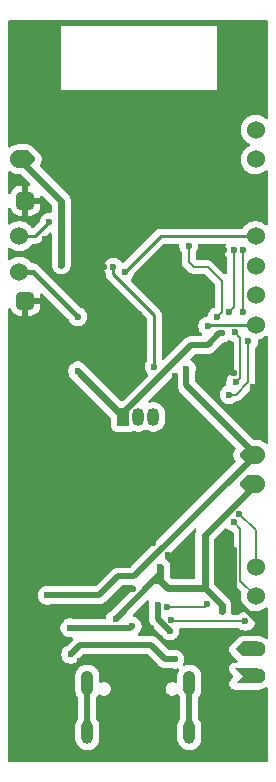
<source format=gbr>
%TF.GenerationSoftware,KiCad,Pcbnew,9.0.1*%
%TF.CreationDate,2025-04-24T11:10:18+02:00*%
%TF.ProjectId,crimpdeq,6372696d-7064-4657-912e-6b696361645f,rev?*%
%TF.SameCoordinates,Original*%
%TF.FileFunction,Copper,L2,Bot*%
%TF.FilePolarity,Positive*%
%FSLAX46Y46*%
G04 Gerber Fmt 4.6, Leading zero omitted, Abs format (unit mm)*
G04 Created by KiCad (PCBNEW 9.0.1) date 2025-04-24 11:10:18*
%MOMM*%
%LPD*%
G01*
G04 APERTURE LIST*
G04 Aperture macros list*
%AMRoundRect*
0 Rectangle with rounded corners*
0 $1 Rounding radius*
0 $2 $3 $4 $5 $6 $7 $8 $9 X,Y pos of 4 corners*
0 Add a 4 corners polygon primitive as box body*
4,1,4,$2,$3,$4,$5,$6,$7,$8,$9,$2,$3,0*
0 Add four circle primitives for the rounded corners*
1,1,$1+$1,$2,$3*
1,1,$1+$1,$4,$5*
1,1,$1+$1,$6,$7*
1,1,$1+$1,$8,$9*
0 Add four rect primitives between the rounded corners*
20,1,$1+$1,$2,$3,$4,$5,0*
20,1,$1+$1,$4,$5,$6,$7,0*
20,1,$1+$1,$6,$7,$8,$9,0*
20,1,$1+$1,$8,$9,$2,$3,0*%
%AMFreePoly0*
4,1,31,0.703661,0.741839,0.724803,0.724803,1.359803,0.089803,1.394098,0.026996,1.388993,-0.044382,1.359803,-0.089803,0.724803,-0.724803,0.661996,-0.759098,0.635000,-0.762000,0.000000,-0.762000,-0.012495,-0.758331,-0.074689,-0.758331,-0.221197,-0.729189,-0.359204,-0.672024,-0.483408,-0.589034,-0.589034,-0.483408,-0.672024,-0.359204,-0.729189,-0.221197,-0.758331,-0.074689,-0.758331,0.074689,
-0.729189,0.221197,-0.672024,0.359204,-0.589034,0.483408,-0.483408,0.589034,-0.359204,0.672024,-0.221197,0.729189,-0.074689,0.758331,-0.016866,0.758331,0.000000,0.762000,0.635000,0.762000,0.703661,0.741839,0.703661,0.741839,$1*%
%AMFreePoly1*
4,1,31,0.012495,0.758331,0.074689,0.758331,0.221197,0.729189,0.359204,0.672024,0.483408,0.589034,0.589034,0.483408,0.672024,0.359204,0.729189,0.221197,0.758331,0.074689,0.758331,-0.074689,0.729189,-0.221197,0.672024,-0.359204,0.589034,-0.483408,0.483408,-0.589034,0.359204,-0.672024,0.221197,-0.729189,0.074689,-0.758331,0.016866,-0.758331,0.000000,-0.762000,-0.635000,-0.762000,
-0.703661,-0.741839,-0.724803,-0.724803,-1.359803,-0.089803,-1.394098,-0.026996,-1.388993,0.044382,-1.359803,0.089803,-0.724803,0.724803,-0.661996,0.759098,-0.635000,0.762000,0.000000,0.762000,0.012495,0.758331,0.012495,0.758331,$1*%
%AMFreePoly2*
4,1,24,0.635000,0.000000,0.631942,0.000000,0.631942,-0.062241,0.607657,-0.184331,0.560020,-0.299337,0.490862,-0.402840,0.402840,-0.490862,0.299337,-0.560020,0.184331,-0.607657,0.062241,-0.631942,-0.062241,-0.631942,-0.184331,-0.607657,-0.299337,-0.560020,-0.402840,-0.490862,-0.490862,-0.402840,-0.560020,-0.299337,-0.607657,-0.184331,-0.631942,-0.062241,-0.631942,0.000000,-0.635000,0.000000,
-0.635000,1.905000,0.000000,1.270000,0.635000,1.905000,0.635000,0.000000,0.635000,0.000000,$1*%
%AMFreePoly3*
4,1,24,0.635000,1.270000,0.635000,0.000000,0.631942,0.000000,0.631942,-0.062241,0.607657,-0.184331,0.560020,-0.299337,0.490862,-0.402840,0.402840,-0.490862,0.299337,-0.560020,0.184331,-0.607657,0.062241,-0.631942,-0.062241,-0.631942,-0.184331,-0.607657,-0.299337,-0.560020,-0.402840,-0.490862,-0.490862,-0.402840,-0.560020,-0.299337,-0.607657,-0.184331,-0.631942,-0.062241,-0.631942,0.000000,
-0.635000,0.000000,-0.635000,1.270000,0.000000,1.905000,0.635000,1.270000,0.635000,1.270000,$1*%
G04 Aperture macros list end*
%TA.AperFunction,ComponentPad*%
%ADD10R,1.050000X1.500000*%
%TD*%
%TA.AperFunction,ComponentPad*%
%ADD11O,1.050000X1.500000*%
%TD*%
%TA.AperFunction,ComponentPad*%
%ADD12FreePoly0,0.000000*%
%TD*%
%TA.AperFunction,ComponentPad*%
%ADD13RoundRect,0.381000X-0.381000X-0.381000X0.381000X-0.381000X0.381000X0.381000X-0.381000X0.381000X0*%
%TD*%
%TA.AperFunction,ComponentPad*%
%ADD14C,1.524000*%
%TD*%
%TA.AperFunction,ComponentPad*%
%ADD15FreePoly1,0.000000*%
%TD*%
%TA.AperFunction,ComponentPad*%
%ADD16FreePoly2,90.000000*%
%TD*%
%TA.AperFunction,ComponentPad*%
%ADD17FreePoly3,90.000000*%
%TD*%
%TA.AperFunction,ComponentPad*%
%ADD18O,1.050000X2.100000*%
%TD*%
%TA.AperFunction,ComponentPad*%
%ADD19O,1.000000X2.000000*%
%TD*%
%TA.AperFunction,ViaPad*%
%ADD20C,0.600000*%
%TD*%
%TA.AperFunction,Conductor*%
%ADD21C,0.406400*%
%TD*%
%TA.AperFunction,Conductor*%
%ADD22C,0.508000*%
%TD*%
%TA.AperFunction,Conductor*%
%ADD23C,0.609600*%
%TD*%
%TA.AperFunction,Conductor*%
%ADD24C,0.254000*%
%TD*%
%TA.AperFunction,Conductor*%
%ADD25C,0.152400*%
%TD*%
G04 APERTURE END LIST*
D10*
%TO.P,Q1,1,E*%
%TO.N,+3V3*%
X139460000Y-80500000D03*
D11*
%TO.P,Q1,2,B*%
%TO.N,Net-(Q1-B)*%
X140730000Y-80500000D03*
%TO.P,Q1,3,C*%
%TO.N,E+*%
X142000000Y-80500000D03*
%TD*%
D12*
%TO.P,U4,1,3V3*%
%TO.N,+3V3*%
X130660000Y-58685000D03*
D13*
%TO.P,U4,2,GND*%
%TO.N,GND*%
X131160000Y-62185000D03*
D14*
%TO.P,U4,3,A1/GPIO1*%
%TO.N,IO1_ADC*%
X130660000Y-65185000D03*
%TO.P,U4,4,A4/GPIO4*%
%TO.N,IO4_DATA*%
X150660000Y-65185000D03*
%TO.P,U4,5,A5/GPIO5*%
%TO.N,IO5_SCK*%
X150660000Y-67685000D03*
%TO.P,U4,6,TXD/GPIO21*%
%TO.N,IO21_TX*%
X150660000Y-56185000D03*
%TO.P,U4,7,RXD/GPIO20*%
%TO.N,IO20_RX*%
X150660000Y-58685000D03*
%TO.P,U4,8,USB_D-/GPIO18*%
%TO.N,USB_D-*%
X150660000Y-93185000D03*
%TO.P,U4,9,USB_D+/GPIO19*%
%TO.N,USB_D+*%
X150660000Y-95685000D03*
D15*
%TO.P,U4,10,VBUS*%
%TO.N,VBUS*%
X150660000Y-86185000D03*
%TO.P,U4,11,VBAT*%
%TO.N,+BATT*%
X150660000Y-83685000D03*
D14*
%TO.P,U4,12,A+*%
%TO.N,A+*%
X150660000Y-72685000D03*
%TO.P,U4,13,A-*%
%TO.N,A-*%
X150660000Y-70185000D03*
D13*
%TO.P,U4,14,E-*%
%TO.N,GND*%
X131160000Y-70685000D03*
D14*
%TO.P,U4,15,E+*%
%TO.N,E+*%
X130660000Y-68185000D03*
D16*
%TO.P,U4,16,BAT-*%
%TO.N,GND*%
X150820000Y-102450000D03*
D17*
%TO.P,U4,17,BAT+*%
%TO.N,+BATT*%
X150820000Y-100185000D03*
%TD*%
D18*
%TO.P,J2,S1,SHELL_GND*%
%TO.N,Net-(J2-SHELL_GND-PadS1)*%
X136400000Y-103020000D03*
D19*
%TO.P,J2,S2,SHELL_GND*%
X136400000Y-107200000D03*
%TO.P,J2,S3,SHELL_GND*%
X145040000Y-107200000D03*
D18*
%TO.P,J2,S4,SHELL_GND*%
X145040000Y-103020000D03*
%TD*%
D20*
%TO.N,GND*%
X151400000Y-53200000D03*
X137600000Y-54800000D03*
X149000000Y-105000000D03*
X130600000Y-74800000D03*
X148400000Y-55400000D03*
X132200000Y-99800000D03*
X148800000Y-93200000D03*
X151400000Y-50600000D03*
X146400000Y-85800000D03*
X143200000Y-54800000D03*
X143800000Y-77000000D03*
X147800000Y-91400000D03*
X141800000Y-98400000D03*
X139800000Y-59400000D03*
X140000000Y-54800000D03*
X150400000Y-52800000D03*
X130600000Y-78200000D03*
X148800000Y-91800000D03*
X138800000Y-62000000D03*
X132200000Y-52000000D03*
X145999905Y-66399999D03*
X141800000Y-57400000D03*
X148000000Y-105000000D03*
X140266841Y-95066841D03*
X151400000Y-54400000D03*
X145200000Y-60400000D03*
X137800000Y-67800000D03*
X138200000Y-87600000D03*
X139800000Y-57400000D03*
X138400000Y-54800000D03*
X136000000Y-54800000D03*
X136000000Y-58000000D03*
X148800000Y-76800000D03*
X142800000Y-66400000D03*
X140600000Y-84600000D03*
X142400000Y-54800000D03*
X148400000Y-52800000D03*
X151400000Y-51800000D03*
X145200000Y-61800000D03*
X131200000Y-52000000D03*
X143600000Y-66400000D03*
X148000000Y-99600000D03*
X133800000Y-93600000D03*
X146600000Y-71000000D03*
X151200000Y-98200000D03*
X145600000Y-54800000D03*
X144600000Y-84000000D03*
X141600000Y-89000000D03*
X136600000Y-61400000D03*
X133000000Y-67600000D03*
X132200000Y-102000000D03*
X140800000Y-54800000D03*
X139400000Y-72800000D03*
X150400000Y-79600000D03*
X143666841Y-99933159D03*
X141800000Y-59400000D03*
X146600000Y-69400000D03*
X130200000Y-57000000D03*
X134400000Y-102800000D03*
X133000000Y-71000000D03*
X130200000Y-52000000D03*
X142000000Y-91200000D03*
X131000000Y-72600000D03*
X139200000Y-54800000D03*
X136800000Y-54800000D03*
X134400000Y-103800000D03*
X135600000Y-93600000D03*
X150800000Y-61200000D03*
X141000000Y-87600000D03*
X140800000Y-65800000D03*
X141600000Y-54800000D03*
X145200000Y-58600000D03*
X144800000Y-54800000D03*
X144200000Y-85800000D03*
X148000000Y-66400000D03*
X149800000Y-61200000D03*
X136000000Y-56400000D03*
X138800000Y-66800000D03*
X136800000Y-101200000D03*
X133400000Y-52000000D03*
X133000000Y-73200000D03*
X150400000Y-78000000D03*
X148600000Y-59400000D03*
X145600000Y-83600000D03*
X136000000Y-57200000D03*
X137000000Y-58600000D03*
X133200000Y-62800000D03*
X143205659Y-92205659D03*
X144000000Y-54800000D03*
X141200000Y-86200000D03*
X138200000Y-86200000D03*
X134400000Y-76600000D03*
X140800000Y-71800000D03*
X148600000Y-60400000D03*
X148400000Y-54000000D03*
X149400000Y-52800000D03*
X144376651Y-68780533D03*
X150400000Y-81200000D03*
X136000000Y-55600000D03*
X132800000Y-65400000D03*
X135800000Y-101200000D03*
X130200000Y-56000000D03*
X144950485Y-101200000D03*
X147000000Y-66400000D03*
%TO.N,+3V3*%
X147800000Y-73400000D03*
X134200000Y-67600000D03*
X135600000Y-76600000D03*
%TO.N,VBUS*%
X142600000Y-93200000D03*
X138800000Y-97600000D03*
X147800000Y-96915358D03*
%TO.N,+BATT*%
X144800000Y-76400000D03*
X140200000Y-98200000D03*
X142400000Y-96400000D03*
X134934026Y-98354000D03*
X138600000Y-67800000D03*
X142093277Y-76236706D03*
X143400000Y-98600000D03*
X133000000Y-95600000D03*
%TO.N,E+*%
X135600000Y-72000000D03*
%TO.N,IO9_BOOT*%
X145000000Y-66000000D03*
X147400000Y-72000000D03*
%TO.N,USB_D-*%
X148906346Y-73311999D03*
X146556239Y-96334358D03*
X148981635Y-77579110D03*
X148400000Y-71600000D03*
X143185641Y-96550905D03*
X148800000Y-66400000D03*
X149291580Y-88691580D03*
%TO.N,Net-(D8-A)*%
X135000000Y-100600000D03*
X143800000Y-101000000D03*
%TO.N,USB_D+*%
X148800000Y-89400000D03*
X148403630Y-78600000D03*
X150054000Y-74089310D03*
X149800000Y-97800000D03*
X143533159Y-97666841D03*
X149600000Y-71600000D03*
X149600000Y-66400000D03*
%TO.N,A+*%
X146600000Y-72800000D03*
%TO.N,IO1_ADC*%
X133200000Y-64000000D03*
%TO.N,IO4_DATA*%
X139600000Y-68200000D03*
%TD*%
D21*
%TO.N,GND*%
X148800000Y-95800000D02*
X148800000Y-93200000D01*
X148200000Y-91800000D02*
X147800000Y-91400000D01*
X148800000Y-93200000D02*
X148800000Y-91800000D01*
X151200000Y-98200000D02*
X148800000Y-95800000D01*
X148800000Y-91800000D02*
X148200000Y-91800000D01*
D22*
%TO.N,+3V3*%
X146600000Y-74400000D02*
X147600000Y-73400000D01*
D23*
X134200000Y-62225000D02*
X130660000Y-58685000D01*
D22*
X146600000Y-74400000D02*
X145220485Y-74400000D01*
D23*
X135600000Y-76600000D02*
X135600000Y-76640000D01*
D22*
X139460000Y-80160485D02*
X139460000Y-80500000D01*
X147600000Y-73400000D02*
X147800000Y-73400000D01*
X139366318Y-80500000D02*
X139460000Y-80500000D01*
D23*
X134200000Y-67600000D02*
X134200000Y-62225000D01*
D22*
X145220485Y-74400000D02*
X139460000Y-80160485D01*
D23*
X135600000Y-76640000D02*
X139460000Y-80500000D01*
D22*
%TO.N,VBUS*%
X142600000Y-93800000D02*
X142600000Y-93400000D01*
D23*
X147800000Y-96439959D02*
X146360041Y-95000000D01*
D22*
X142000000Y-94400000D02*
X142600000Y-93800000D01*
D23*
X143200000Y-95000000D02*
X142600000Y-94400000D01*
X142600000Y-94400000D02*
X142600000Y-93400000D01*
X146360041Y-95000000D02*
X143200000Y-95000000D01*
X146360041Y-95000000D02*
X146360041Y-90484959D01*
X147800000Y-96915358D02*
X147800000Y-96439959D01*
X146360041Y-90484959D02*
X150660000Y-86185000D01*
D22*
X138800000Y-97600000D02*
X142000000Y-94400000D01*
X142000000Y-94400000D02*
X142600000Y-94400000D01*
D23*
X142600000Y-93400000D02*
X142600000Y-93200000D01*
D22*
%TO.N,+BATT*%
X133000000Y-95600000D02*
X137400000Y-95600000D01*
X140200000Y-98200000D02*
X140046000Y-98354000D01*
D24*
X138600000Y-68400000D02*
X142093277Y-71893277D01*
D22*
X143400000Y-98600000D02*
X142400000Y-97600000D01*
X142400000Y-97600000D02*
X142400000Y-96400000D01*
X140046000Y-98354000D02*
X134934026Y-98354000D01*
D24*
X142093277Y-71893277D02*
X142093277Y-76236706D01*
D22*
X150660000Y-83685000D02*
X144800000Y-77825000D01*
X144800000Y-77825000D02*
X144800000Y-76400000D01*
X139000000Y-94000000D02*
X140345000Y-94000000D01*
D24*
X138600000Y-67800000D02*
X138600000Y-68400000D01*
D22*
X137400000Y-95600000D02*
X139000000Y-94000000D01*
X140345000Y-94000000D02*
X150660000Y-83685000D01*
D21*
%TO.N,E+*%
X135600000Y-72000000D02*
X131785000Y-68185000D01*
X131785000Y-68185000D02*
X130660000Y-68185000D01*
D25*
%TO.N,IO9_BOOT*%
X147800000Y-71200000D02*
X147800000Y-71600000D01*
X145000000Y-67400000D02*
X145000000Y-66000000D01*
X147800000Y-69000000D02*
X146600000Y-67800000D01*
X147800000Y-71600000D02*
X147400000Y-72000000D01*
X147800000Y-71200000D02*
X147800000Y-69000000D01*
X146600000Y-67800000D02*
X145400000Y-67800000D01*
X145400000Y-67800000D02*
X145000000Y-67400000D01*
%TO.N,USB_D-*%
X150660000Y-93185000D02*
X150660000Y-90060000D01*
X149376200Y-73781853D02*
X149376200Y-77184545D01*
X150660000Y-90060000D02*
X149291580Y-88691580D01*
X148906346Y-73311999D02*
X149376200Y-73781853D01*
X146339692Y-96550905D02*
X146556239Y-96334358D01*
X143185641Y-96550905D02*
X146339692Y-96550905D01*
X148800000Y-66400000D02*
X148800000Y-71200000D01*
X148800000Y-71200000D02*
X148400000Y-71600000D01*
X149376200Y-77184545D02*
X148981635Y-77579110D01*
D22*
%TO.N,Net-(D8-A)*%
X141800000Y-99800000D02*
X143000000Y-101000000D01*
X143000000Y-101000000D02*
X143800000Y-101000000D01*
X135000000Y-100600000D02*
X135800000Y-99800000D01*
X135800000Y-99800000D02*
X141800000Y-99800000D01*
D25*
%TO.N,USB_D+*%
X149376200Y-89976200D02*
X148800000Y-89400000D01*
X148403630Y-78600000D02*
X148985130Y-78600000D01*
X149600000Y-71600000D02*
X149600000Y-66400000D01*
X150660000Y-95685000D02*
X149376200Y-94401200D01*
X143666318Y-97800000D02*
X149800000Y-97800000D01*
X149376200Y-94401200D02*
X149376200Y-89976200D01*
X143533159Y-97666841D02*
X143666318Y-97800000D01*
X150054000Y-77531130D02*
X150054000Y-74089310D01*
X148985130Y-78600000D02*
X150054000Y-77531130D01*
D22*
%TO.N,Net-(J2-SHELL_GND-PadS1)*%
X136400000Y-103020000D02*
X136400000Y-107200000D01*
X145040000Y-103020000D02*
X145040000Y-107200000D01*
D24*
%TO.N,A+*%
X146600000Y-72800000D02*
X146715000Y-72685000D01*
X146715000Y-72685000D02*
X150660000Y-72685000D01*
%TO.N,IO1_ADC*%
X133200000Y-64000000D02*
X132015000Y-65185000D01*
X132015000Y-65185000D02*
X130660000Y-65185000D01*
%TO.N,IO4_DATA*%
X139600000Y-68200000D02*
X142615000Y-65185000D01*
X142615000Y-65185000D02*
X150660000Y-65185000D01*
%TD*%
%TA.AperFunction,Conductor*%
%TO.N,GND*%
G36*
X151642539Y-46920185D02*
G01*
X151688294Y-46972989D01*
X151699500Y-47024500D01*
X151699500Y-55139693D01*
X151679815Y-55206732D01*
X151627011Y-55252487D01*
X151557853Y-55262431D01*
X151494297Y-55233406D01*
X151487819Y-55227374D01*
X151482466Y-55222021D01*
X151482464Y-55222019D01*
X151321694Y-55105213D01*
X151144632Y-55014994D01*
X151144629Y-55014993D01*
X150955637Y-54953587D01*
X150857498Y-54938043D01*
X150759361Y-54922500D01*
X150560639Y-54922500D01*
X150495214Y-54932862D01*
X150364362Y-54953587D01*
X150175370Y-55014993D01*
X150175367Y-55014994D01*
X149998305Y-55105213D01*
X149837533Y-55222021D01*
X149697021Y-55362533D01*
X149580213Y-55523305D01*
X149489994Y-55700367D01*
X149489993Y-55700370D01*
X149428587Y-55889362D01*
X149397500Y-56085639D01*
X149397500Y-56284360D01*
X149428587Y-56480637D01*
X149489993Y-56669629D01*
X149489994Y-56669632D01*
X149580213Y-56846694D01*
X149697019Y-57007464D01*
X149837536Y-57147981D01*
X149998306Y-57264787D01*
X150089537Y-57311272D01*
X150115528Y-57324515D01*
X150166324Y-57372490D01*
X150183119Y-57440311D01*
X150160581Y-57506446D01*
X150115528Y-57545485D01*
X149998305Y-57605213D01*
X149837533Y-57722021D01*
X149697021Y-57862533D01*
X149580213Y-58023305D01*
X149489994Y-58200367D01*
X149489993Y-58200370D01*
X149428587Y-58389362D01*
X149397500Y-58585639D01*
X149397500Y-58784360D01*
X149428587Y-58980637D01*
X149489993Y-59169629D01*
X149489994Y-59169632D01*
X149580213Y-59346694D01*
X149697019Y-59507464D01*
X149837536Y-59647981D01*
X149998306Y-59764787D01*
X150067965Y-59800280D01*
X150175367Y-59855005D01*
X150175370Y-59855006D01*
X150266874Y-59884737D01*
X150364364Y-59916413D01*
X150560639Y-59947500D01*
X150560640Y-59947500D01*
X150759360Y-59947500D01*
X150759361Y-59947500D01*
X150955636Y-59916413D01*
X151144632Y-59855005D01*
X151321694Y-59764787D01*
X151482464Y-59647981D01*
X151487819Y-59642626D01*
X151549142Y-59609141D01*
X151618834Y-59614125D01*
X151674767Y-59655997D01*
X151699184Y-59721461D01*
X151699500Y-59730307D01*
X151699500Y-64139693D01*
X151679815Y-64206732D01*
X151627011Y-64252487D01*
X151557853Y-64262431D01*
X151494297Y-64233406D01*
X151487819Y-64227374D01*
X151482466Y-64222021D01*
X151482464Y-64222019D01*
X151321694Y-64105213D01*
X151268712Y-64078217D01*
X151144632Y-64014994D01*
X151144629Y-64014993D01*
X150955637Y-63953587D01*
X150845190Y-63936094D01*
X150759361Y-63922500D01*
X150560639Y-63922500D01*
X150495214Y-63932862D01*
X150364362Y-63953587D01*
X150175370Y-64014993D01*
X150175367Y-64014994D01*
X149998305Y-64105213D01*
X149837533Y-64222021D01*
X149697021Y-64362533D01*
X149697021Y-64362534D01*
X149697019Y-64362536D01*
X149613270Y-64477807D01*
X149592506Y-64506386D01*
X149537176Y-64549051D01*
X149492188Y-64557500D01*
X142553192Y-64557500D01*
X142431972Y-64581612D01*
X142431964Y-64581614D01*
X142351215Y-64615062D01*
X142317766Y-64628917D01*
X142317764Y-64628918D01*
X142285465Y-64650500D01*
X142285465Y-64650501D01*
X142214989Y-64697590D01*
X139537672Y-67374907D01*
X139521076Y-67383969D01*
X139507466Y-67397102D01*
X139477970Y-67407506D01*
X139476349Y-67408392D01*
X139474182Y-67408843D01*
X139402924Y-67423017D01*
X139333332Y-67416790D01*
X139278155Y-67373927D01*
X139275631Y-67370291D01*
X139221789Y-67289710D01*
X139110292Y-67178213D01*
X139110288Y-67178210D01*
X138979185Y-67090609D01*
X138979172Y-67090602D01*
X138833501Y-67030264D01*
X138833489Y-67030261D01*
X138678845Y-66999500D01*
X138678842Y-66999500D01*
X138521158Y-66999500D01*
X138521155Y-66999500D01*
X138366510Y-67030261D01*
X138366498Y-67030264D01*
X138220827Y-67090602D01*
X138220814Y-67090609D01*
X138089711Y-67178210D01*
X138089707Y-67178213D01*
X137978213Y-67289707D01*
X137978210Y-67289711D01*
X137890609Y-67420814D01*
X137890602Y-67420827D01*
X137830264Y-67566498D01*
X137830261Y-67566510D01*
X137799500Y-67721153D01*
X137799500Y-67878846D01*
X137830261Y-68033489D01*
X137830264Y-68033501D01*
X137890603Y-68179174D01*
X137890604Y-68179175D01*
X137890606Y-68179179D01*
X137921567Y-68225515D01*
X137951602Y-68270465D01*
X137972480Y-68337142D01*
X137972500Y-68339356D01*
X137972500Y-68461807D01*
X137996612Y-68583027D01*
X137996614Y-68583035D01*
X138020773Y-68641361D01*
X138020776Y-68641367D01*
X138023516Y-68647981D01*
X138043917Y-68697233D01*
X138089055Y-68764787D01*
X138091839Y-68768953D01*
X138112590Y-68800010D01*
X138112591Y-68800011D01*
X141429458Y-72116877D01*
X141462943Y-72178200D01*
X141465777Y-72204558D01*
X141465777Y-75697348D01*
X141446092Y-75764387D01*
X141444879Y-75766239D01*
X141383886Y-75857520D01*
X141383879Y-75857533D01*
X141323541Y-76003204D01*
X141323538Y-76003216D01*
X141292777Y-76157859D01*
X141292777Y-76315552D01*
X141323538Y-76470195D01*
X141323541Y-76470207D01*
X141383879Y-76615878D01*
X141383886Y-76615891D01*
X141471487Y-76746994D01*
X141471490Y-76746998D01*
X141551294Y-76826802D01*
X141584779Y-76888125D01*
X141579795Y-76957817D01*
X141551294Y-77002164D01*
X139413843Y-79139615D01*
X139352520Y-79173100D01*
X139282828Y-79168116D01*
X139238481Y-79139615D01*
X136314703Y-76215837D01*
X136299282Y-76197046D01*
X136225521Y-76086655D01*
X136225515Y-76086647D01*
X136113352Y-75974484D01*
X136113348Y-75974481D01*
X135981459Y-75886355D01*
X135981446Y-75886348D01*
X135834898Y-75825647D01*
X135834889Y-75825644D01*
X135679319Y-75794700D01*
X135679315Y-75794700D01*
X135520685Y-75794700D01*
X135520680Y-75794700D01*
X135365110Y-75825644D01*
X135365101Y-75825647D01*
X135218553Y-75886348D01*
X135218540Y-75886355D01*
X135086651Y-75974481D01*
X135086647Y-75974484D01*
X134974484Y-76086647D01*
X134974481Y-76086651D01*
X134886355Y-76218540D01*
X134886348Y-76218553D01*
X134825647Y-76365101D01*
X134825644Y-76365110D01*
X134794700Y-76520680D01*
X134794700Y-76555549D01*
X134794699Y-76555575D01*
X134794699Y-76560685D01*
X134794699Y-76719315D01*
X134794699Y-76719317D01*
X134794698Y-76719317D01*
X134822383Y-76858492D01*
X134825646Y-76874893D01*
X134825648Y-76874901D01*
X134886348Y-77021446D01*
X134886355Y-77021459D01*
X134974481Y-77153348D01*
X134974484Y-77153352D01*
X135090970Y-77269838D01*
X135090992Y-77269858D01*
X138398181Y-80577047D01*
X138431666Y-80638370D01*
X138434500Y-80664728D01*
X138434500Y-81297870D01*
X138434501Y-81297876D01*
X138440908Y-81357483D01*
X138491202Y-81492328D01*
X138491206Y-81492335D01*
X138577452Y-81607544D01*
X138577455Y-81607547D01*
X138692664Y-81693793D01*
X138692671Y-81693797D01*
X138827517Y-81744091D01*
X138827516Y-81744091D01*
X138834444Y-81744835D01*
X138887127Y-81750500D01*
X140032872Y-81750499D01*
X140092483Y-81744091D01*
X140227331Y-81693796D01*
X140228430Y-81692972D01*
X140229717Y-81692492D01*
X140235112Y-81689547D01*
X140235535Y-81690322D01*
X140293887Y-81668552D01*
X140350198Y-81677673D01*
X140430873Y-81711091D01*
X140596777Y-81744091D01*
X140628992Y-81750499D01*
X140628996Y-81750500D01*
X140628997Y-81750500D01*
X140831004Y-81750500D01*
X140831005Y-81750499D01*
X141029127Y-81711091D01*
X141215756Y-81633786D01*
X141296110Y-81580094D01*
X141362786Y-81559217D01*
X141430166Y-81577701D01*
X141433865Y-81580078D01*
X141514244Y-81633786D01*
X141700873Y-81711091D01*
X141866777Y-81744091D01*
X141898992Y-81750499D01*
X141898996Y-81750500D01*
X141898997Y-81750500D01*
X142101004Y-81750500D01*
X142101005Y-81750499D01*
X142299127Y-81711091D01*
X142485756Y-81633786D01*
X142653718Y-81521558D01*
X142796558Y-81378718D01*
X142908786Y-81210756D01*
X142986091Y-81024127D01*
X143025500Y-80826003D01*
X143025500Y-80173997D01*
X142986091Y-79975873D01*
X142908786Y-79789244D01*
X142908784Y-79789241D01*
X142908782Y-79789237D01*
X142796558Y-79621281D01*
X142653718Y-79478441D01*
X142485762Y-79366217D01*
X142485752Y-79366212D01*
X142299127Y-79288909D01*
X142299119Y-79288907D01*
X142101007Y-79249500D01*
X142101003Y-79249500D01*
X141898997Y-79249500D01*
X141898992Y-79249500D01*
X141724462Y-79284216D01*
X141654870Y-79277989D01*
X141599693Y-79235125D01*
X141576449Y-79169236D01*
X141592517Y-79101239D01*
X141612586Y-79074922D01*
X143833819Y-76853690D01*
X143895142Y-76820205D01*
X143964834Y-76825189D01*
X144020767Y-76867061D01*
X144045184Y-76932525D01*
X144045500Y-76941371D01*
X144045500Y-77745552D01*
X144045499Y-77745578D01*
X144045499Y-77899314D01*
X144061194Y-77978213D01*
X144069684Y-78020894D01*
X144074495Y-78045080D01*
X144074496Y-78045084D01*
X144084208Y-78068529D01*
X144131368Y-78182385D01*
X144131372Y-78182392D01*
X144213942Y-78305968D01*
X144213943Y-78305969D01*
X148953025Y-83045050D01*
X148986510Y-83106373D01*
X148981526Y-83176065D01*
X148953031Y-83220407D01*
X148939220Y-83234219D01*
X148939215Y-83234224D01*
X148871410Y-83318366D01*
X148871407Y-83318371D01*
X148841063Y-83365588D01*
X148792695Y-83462215D01*
X148792695Y-83462216D01*
X148762111Y-83602805D01*
X148756805Y-83676995D01*
X148756805Y-83676997D01*
X148767069Y-83820509D01*
X148767069Y-83820511D01*
X148817352Y-83955324D01*
X148852991Y-84020592D01*
X148852992Y-84020593D01*
X148852995Y-84020598D01*
X148939220Y-84135780D01*
X148939224Y-84135784D01*
X148939229Y-84135790D01*
X148953025Y-84149586D01*
X148986510Y-84210909D01*
X148981526Y-84280601D01*
X148953025Y-84324948D01*
X140068794Y-93209181D01*
X140007471Y-93242666D01*
X139981113Y-93245500D01*
X139080446Y-93245500D01*
X139080426Y-93245499D01*
X139074312Y-93245499D01*
X138925688Y-93245499D01*
X138925686Y-93245499D01*
X138810169Y-93268477D01*
X138810161Y-93268479D01*
X138804105Y-93269684D01*
X138779920Y-93274495D01*
X138756102Y-93284361D01*
X138750569Y-93286652D01*
X138750555Y-93286657D01*
X138642613Y-93331367D01*
X138642611Y-93331370D01*
X138519033Y-93413941D01*
X138466487Y-93466487D01*
X138413941Y-93519034D01*
X137123794Y-94809181D01*
X137062471Y-94842666D01*
X137036113Y-94845500D01*
X133294947Y-94845500D01*
X133247498Y-94836062D01*
X133233497Y-94830263D01*
X133233493Y-94830262D01*
X133233488Y-94830260D01*
X133078845Y-94799500D01*
X133078842Y-94799500D01*
X132921158Y-94799500D01*
X132921155Y-94799500D01*
X132766510Y-94830261D01*
X132766498Y-94830264D01*
X132620827Y-94890602D01*
X132620814Y-94890609D01*
X132489711Y-94978210D01*
X132489707Y-94978213D01*
X132378213Y-95089707D01*
X132378210Y-95089711D01*
X132290609Y-95220814D01*
X132290602Y-95220827D01*
X132230264Y-95366498D01*
X132230261Y-95366510D01*
X132199500Y-95521153D01*
X132199500Y-95678846D01*
X132230261Y-95833489D01*
X132230264Y-95833501D01*
X132290602Y-95979172D01*
X132290609Y-95979185D01*
X132378210Y-96110288D01*
X132378213Y-96110292D01*
X132489707Y-96221786D01*
X132489711Y-96221789D01*
X132620814Y-96309390D01*
X132620827Y-96309397D01*
X132744538Y-96360639D01*
X132766503Y-96369737D01*
X132921153Y-96400499D01*
X132921156Y-96400500D01*
X132921158Y-96400500D01*
X133078844Y-96400500D01*
X133078845Y-96400499D01*
X133155152Y-96385320D01*
X133233488Y-96369739D01*
X133233489Y-96369738D01*
X133233497Y-96369737D01*
X133247498Y-96363937D01*
X133294947Y-96354500D01*
X137319554Y-96354500D01*
X137319574Y-96354501D01*
X137325688Y-96354501D01*
X137474313Y-96354501D01*
X137496831Y-96350021D01*
X137605993Y-96328307D01*
X137620080Y-96325505D01*
X137697180Y-96293569D01*
X137757389Y-96268630D01*
X137880966Y-96186059D01*
X139276205Y-94790818D01*
X139337528Y-94757334D01*
X139363886Y-94754500D01*
X140264563Y-94754500D01*
X140270685Y-94754500D01*
X140270688Y-94754501D01*
X140279121Y-94754501D01*
X140320382Y-94766619D01*
X140346151Y-94774186D01*
X140346152Y-94774188D01*
X140346159Y-94774190D01*
X140377590Y-94810469D01*
X140391906Y-94826990D01*
X140391906Y-94826992D01*
X140391910Y-94826997D01*
X140396774Y-94860845D01*
X140401850Y-94896148D01*
X140401848Y-94896151D01*
X140401849Y-94896156D01*
X140388822Y-94924674D01*
X140372825Y-94959704D01*
X140366793Y-94966182D01*
X138475045Y-96857928D01*
X138434822Y-96884806D01*
X138420819Y-96890606D01*
X138420818Y-96890607D01*
X138289715Y-96978207D01*
X138289707Y-96978213D01*
X138178213Y-97089707D01*
X138178210Y-97089711D01*
X138090609Y-97220814D01*
X138090602Y-97220827D01*
X138030264Y-97366498D01*
X138030261Y-97366508D01*
X138003769Y-97499692D01*
X137971384Y-97561603D01*
X137910668Y-97596177D01*
X137882152Y-97599500D01*
X135228973Y-97599500D01*
X135181524Y-97590062D01*
X135167523Y-97584263D01*
X135167519Y-97584262D01*
X135167514Y-97584260D01*
X135012871Y-97553500D01*
X135012868Y-97553500D01*
X134855184Y-97553500D01*
X134855181Y-97553500D01*
X134700536Y-97584261D01*
X134700524Y-97584264D01*
X134554853Y-97644602D01*
X134554840Y-97644609D01*
X134423737Y-97732210D01*
X134423733Y-97732213D01*
X134312239Y-97843707D01*
X134312236Y-97843711D01*
X134224635Y-97974814D01*
X134224628Y-97974827D01*
X134164290Y-98120498D01*
X134164287Y-98120510D01*
X134133526Y-98275153D01*
X134133526Y-98432846D01*
X134164287Y-98587489D01*
X134164290Y-98587501D01*
X134224628Y-98733172D01*
X134224635Y-98733185D01*
X134312236Y-98864288D01*
X134312239Y-98864292D01*
X134423733Y-98975786D01*
X134423737Y-98975789D01*
X134554840Y-99063390D01*
X134554853Y-99063397D01*
X134700524Y-99123735D01*
X134700529Y-99123737D01*
X134799713Y-99143466D01*
X134855179Y-99154499D01*
X134855182Y-99154500D01*
X134855184Y-99154500D01*
X135012869Y-99154500D01*
X135025800Y-99151927D01*
X135068338Y-99143466D01*
X135137928Y-99149692D01*
X135193105Y-99192555D01*
X135216351Y-99258444D01*
X135200284Y-99326441D01*
X135180210Y-99352764D01*
X134675045Y-99857928D01*
X134634822Y-99884806D01*
X134620819Y-99890606D01*
X134620818Y-99890607D01*
X134489715Y-99978207D01*
X134489707Y-99978213D01*
X134378213Y-100089707D01*
X134378210Y-100089711D01*
X134290609Y-100220814D01*
X134290602Y-100220827D01*
X134230264Y-100366498D01*
X134230261Y-100366510D01*
X134199500Y-100521153D01*
X134199500Y-100678846D01*
X134230261Y-100833489D01*
X134230264Y-100833501D01*
X134290602Y-100979172D01*
X134290609Y-100979185D01*
X134378210Y-101110288D01*
X134378213Y-101110292D01*
X134489707Y-101221786D01*
X134489711Y-101221789D01*
X134620814Y-101309390D01*
X134620827Y-101309397D01*
X134699148Y-101341838D01*
X134766503Y-101369737D01*
X134921153Y-101400499D01*
X134921156Y-101400500D01*
X134921158Y-101400500D01*
X135078844Y-101400500D01*
X135078845Y-101400499D01*
X135233497Y-101369737D01*
X135379179Y-101309394D01*
X135510289Y-101221789D01*
X135621789Y-101110289D01*
X135709394Y-100979179D01*
X135715191Y-100965182D01*
X135742069Y-100924954D01*
X136076205Y-100590819D01*
X136137528Y-100557334D01*
X136163886Y-100554500D01*
X141436113Y-100554500D01*
X141503152Y-100574185D01*
X141523794Y-100590819D01*
X142409600Y-101476624D01*
X142409621Y-101476647D01*
X142519028Y-101586054D01*
X142519035Y-101586060D01*
X142642608Y-101668628D01*
X142642609Y-101668628D01*
X142642610Y-101668629D01*
X142779920Y-101725505D01*
X142925683Y-101754499D01*
X142925687Y-101754500D01*
X142925688Y-101754500D01*
X143505053Y-101754500D01*
X143552501Y-101763937D01*
X143566503Y-101769737D01*
X143566508Y-101769738D01*
X143566511Y-101769739D01*
X143721153Y-101800499D01*
X143721156Y-101800500D01*
X143721158Y-101800500D01*
X143878843Y-101800500D01*
X143911659Y-101793972D01*
X144033497Y-101769737D01*
X144033500Y-101769735D01*
X144037143Y-101769011D01*
X144106734Y-101775238D01*
X144161912Y-101818100D01*
X144185157Y-101883990D01*
X144169090Y-101951987D01*
X144164439Y-101959517D01*
X144131215Y-102009241D01*
X144131212Y-102009247D01*
X144053909Y-102195872D01*
X144053907Y-102195880D01*
X144014500Y-102393992D01*
X144014500Y-102874232D01*
X143994815Y-102941271D01*
X143942011Y-102987026D01*
X143872853Y-102996970D01*
X143840138Y-102985650D01*
X143839649Y-102986831D01*
X143832137Y-102983720D01*
X143832136Y-102983719D01*
X143832135Y-102983719D01*
X143685766Y-102944500D01*
X143534234Y-102944500D01*
X143387863Y-102983719D01*
X143256635Y-103059485D01*
X143256632Y-103059487D01*
X143149487Y-103166632D01*
X143149485Y-103166635D01*
X143073719Y-103297863D01*
X143034500Y-103444234D01*
X143034500Y-103595765D01*
X143073719Y-103742136D01*
X143111602Y-103807750D01*
X143149485Y-103873365D01*
X143256635Y-103980515D01*
X143387865Y-104056281D01*
X143534234Y-104095500D01*
X143534236Y-104095500D01*
X143685764Y-104095500D01*
X143685766Y-104095500D01*
X143832135Y-104056281D01*
X143960152Y-103982370D01*
X143964094Y-103981413D01*
X143967076Y-103978659D01*
X143997757Y-103973246D01*
X144028048Y-103965898D01*
X144031885Y-103967226D01*
X144035884Y-103966521D01*
X144064625Y-103978557D01*
X144094075Y-103988750D01*
X144097659Y-103992391D01*
X144100330Y-103993510D01*
X144108446Y-104003349D01*
X144124280Y-104019435D01*
X144129913Y-104027616D01*
X144131214Y-104030756D01*
X144243442Y-104198718D01*
X144257201Y-104212477D01*
X144263631Y-104221815D01*
X144271137Y-104244665D01*
X144282665Y-104265774D01*
X144284900Y-104286559D01*
X144285437Y-104288194D01*
X144285181Y-104289178D01*
X144285500Y-104292138D01*
X144285500Y-105990720D01*
X144265815Y-106057759D01*
X144264602Y-106059611D01*
X144153371Y-106226079D01*
X144153364Y-106226092D01*
X144077950Y-106408160D01*
X144077947Y-106408170D01*
X144039500Y-106601456D01*
X144039500Y-106601459D01*
X144039500Y-107798541D01*
X144039500Y-107798543D01*
X144039499Y-107798543D01*
X144077947Y-107991829D01*
X144077950Y-107991839D01*
X144153364Y-108173907D01*
X144153371Y-108173920D01*
X144262860Y-108337781D01*
X144262863Y-108337785D01*
X144402214Y-108477136D01*
X144402218Y-108477139D01*
X144566079Y-108586628D01*
X144566092Y-108586635D01*
X144748160Y-108662049D01*
X144748165Y-108662051D01*
X144748169Y-108662051D01*
X144748170Y-108662052D01*
X144941456Y-108700500D01*
X144941459Y-108700500D01*
X145138543Y-108700500D01*
X145268582Y-108674632D01*
X145331835Y-108662051D01*
X145513914Y-108586632D01*
X145677782Y-108477139D01*
X145817139Y-108337782D01*
X145926632Y-108173914D01*
X146002051Y-107991835D01*
X146040500Y-107798541D01*
X146040500Y-106601459D01*
X146040500Y-106601456D01*
X146002052Y-106408170D01*
X146002051Y-106408169D01*
X146002051Y-106408165D01*
X146002049Y-106408160D01*
X145926635Y-106226092D01*
X145926628Y-106226079D01*
X145815398Y-106059611D01*
X145794520Y-105992933D01*
X145794500Y-105990720D01*
X145794500Y-104292138D01*
X145814185Y-104225099D01*
X145830818Y-104204457D01*
X145836558Y-104198718D01*
X145948786Y-104030756D01*
X146026091Y-103844127D01*
X146065500Y-103646003D01*
X146065500Y-102393997D01*
X146026091Y-102195873D01*
X145948786Y-102009244D01*
X145948784Y-102009241D01*
X145948782Y-102009237D01*
X145836558Y-101841281D01*
X145693718Y-101698441D01*
X145525762Y-101586217D01*
X145525752Y-101586212D01*
X145339127Y-101508909D01*
X145339119Y-101508907D01*
X145141007Y-101469500D01*
X145141003Y-101469500D01*
X144938997Y-101469500D01*
X144938992Y-101469500D01*
X144740880Y-101508907D01*
X144740868Y-101508910D01*
X144673162Y-101536955D01*
X144603693Y-101544424D01*
X144541214Y-101513148D01*
X144505562Y-101453059D01*
X144508056Y-101383234D01*
X144511149Y-101374941D01*
X144569737Y-101233497D01*
X144600500Y-101078842D01*
X144600500Y-100921158D01*
X144600500Y-100921155D01*
X144600499Y-100921153D01*
X144569738Y-100766510D01*
X144569737Y-100766503D01*
X144533427Y-100678842D01*
X144509397Y-100620827D01*
X144509390Y-100620814D01*
X144421789Y-100489711D01*
X144421786Y-100489707D01*
X144310292Y-100378213D01*
X144310288Y-100378210D01*
X144179185Y-100290609D01*
X144179172Y-100290602D01*
X144033501Y-100230264D01*
X144033489Y-100230261D01*
X143878845Y-100199500D01*
X143878842Y-100199500D01*
X143721158Y-100199500D01*
X143721155Y-100199500D01*
X143566511Y-100230260D01*
X143566506Y-100230262D01*
X143566504Y-100230262D01*
X143566503Y-100230263D01*
X143552501Y-100236062D01*
X143544327Y-100237688D01*
X143539988Y-100240477D01*
X143505053Y-100245500D01*
X143363886Y-100245500D01*
X143296847Y-100225815D01*
X143276205Y-100209181D01*
X142280969Y-99213943D01*
X142280968Y-99213942D01*
X142157392Y-99131372D01*
X142157391Y-99131371D01*
X142157389Y-99131370D01*
X142157387Y-99131369D01*
X142157385Y-99131368D01*
X142041995Y-99083572D01*
X142041989Y-99083570D01*
X142035702Y-99080966D01*
X142020080Y-99074495D01*
X141995894Y-99069684D01*
X141990629Y-99068636D01*
X141990620Y-99068634D01*
X141874314Y-99045499D01*
X141874312Y-99045499D01*
X141725688Y-99045499D01*
X141719574Y-99045499D01*
X141719554Y-99045500D01*
X140784254Y-99045500D01*
X140717215Y-99025815D01*
X140671460Y-98973011D01*
X140661516Y-98903853D01*
X140690541Y-98840297D01*
X140705588Y-98825648D01*
X140710289Y-98821789D01*
X140821786Y-98710292D01*
X140821789Y-98710289D01*
X140909394Y-98579179D01*
X140969737Y-98433497D01*
X141000500Y-98278842D01*
X141000500Y-98121158D01*
X141000500Y-98121155D01*
X141000499Y-98121153D01*
X140983061Y-98033489D01*
X140969737Y-97966503D01*
X140920952Y-97848724D01*
X140909397Y-97820827D01*
X140909390Y-97820814D01*
X140821789Y-97689711D01*
X140821786Y-97689707D01*
X140710292Y-97578213D01*
X140710288Y-97578210D01*
X140579185Y-97490609D01*
X140579172Y-97490602D01*
X140433501Y-97430264D01*
X140433489Y-97430261D01*
X140330113Y-97409698D01*
X140268202Y-97377313D01*
X140233628Y-97316597D01*
X140237367Y-97246828D01*
X140266621Y-97200402D01*
X141423803Y-96043220D01*
X141485124Y-96009737D01*
X141554816Y-96014721D01*
X141610749Y-96056593D01*
X141635166Y-96122057D01*
X141630870Y-96160412D01*
X141631451Y-96160528D01*
X141599500Y-96321153D01*
X141599500Y-96478846D01*
X141630261Y-96633489D01*
X141630263Y-96633497D01*
X141634044Y-96642626D01*
X141636061Y-96647494D01*
X141645500Y-96694947D01*
X141645500Y-97520552D01*
X141645499Y-97520578D01*
X141645499Y-97674313D01*
X141663178Y-97763188D01*
X141663179Y-97763194D01*
X141664124Y-97767941D01*
X141674495Y-97820080D01*
X141686360Y-97848724D01*
X141689168Y-97855503D01*
X141689170Y-97855510D01*
X141731366Y-97957381D01*
X141731372Y-97957392D01*
X141813942Y-98080968D01*
X141813943Y-98080969D01*
X142657927Y-98924952D01*
X142684805Y-98965176D01*
X142690605Y-98979177D01*
X142690607Y-98979181D01*
X142778207Y-99110284D01*
X142778213Y-99110292D01*
X142889707Y-99221786D01*
X142889711Y-99221789D01*
X143020814Y-99309390D01*
X143020827Y-99309397D01*
X143125526Y-99352764D01*
X143166503Y-99369737D01*
X143321153Y-99400499D01*
X143321156Y-99400500D01*
X143321158Y-99400500D01*
X143478844Y-99400500D01*
X143478845Y-99400499D01*
X143633497Y-99369737D01*
X143779179Y-99309394D01*
X143910289Y-99221789D01*
X144021789Y-99110289D01*
X144109394Y-98979179D01*
X144110800Y-98975786D01*
X144156981Y-98864292D01*
X144169737Y-98833497D01*
X144200500Y-98678842D01*
X144200500Y-98521158D01*
X144200500Y-98521155D01*
X144199903Y-98515093D01*
X144202141Y-98514872D01*
X144207466Y-98455311D01*
X144250323Y-98400130D01*
X144316210Y-98376878D01*
X144322860Y-98376700D01*
X149193259Y-98376700D01*
X149260298Y-98396385D01*
X149280940Y-98413019D01*
X149289707Y-98421786D01*
X149289711Y-98421789D01*
X149420814Y-98509390D01*
X149420827Y-98509397D01*
X149566498Y-98569735D01*
X149566503Y-98569737D01*
X149721153Y-98600499D01*
X149721156Y-98600500D01*
X149721158Y-98600500D01*
X149878844Y-98600500D01*
X149878845Y-98600499D01*
X150033497Y-98569737D01*
X150179179Y-98509394D01*
X150310289Y-98421789D01*
X150421789Y-98310289D01*
X150509394Y-98179179D01*
X150569737Y-98033497D01*
X150600500Y-97878842D01*
X150600500Y-97721158D01*
X150600500Y-97721155D01*
X150600499Y-97721153D01*
X150585272Y-97644602D01*
X150569737Y-97566503D01*
X150550955Y-97521158D01*
X150509397Y-97420827D01*
X150509390Y-97420814D01*
X150421789Y-97289711D01*
X150421786Y-97289707D01*
X150310292Y-97178213D01*
X150310288Y-97178210D01*
X150241828Y-97132466D01*
X150197023Y-97078853D01*
X150188316Y-97009528D01*
X150218471Y-96946501D01*
X150277914Y-96909782D01*
X150347772Y-96911030D01*
X150348944Y-96911402D01*
X150364364Y-96916413D01*
X150560639Y-96947500D01*
X150560640Y-96947500D01*
X150759360Y-96947500D01*
X150759361Y-96947500D01*
X150955636Y-96916413D01*
X151144632Y-96855005D01*
X151321694Y-96764787D01*
X151482464Y-96647981D01*
X151487819Y-96642626D01*
X151549142Y-96609141D01*
X151618834Y-96614125D01*
X151674767Y-96655997D01*
X151699184Y-96721461D01*
X151699500Y-96730307D01*
X151699500Y-99169008D01*
X151679815Y-99236047D01*
X151627011Y-99281802D01*
X151557853Y-99291746D01*
X151506610Y-99272111D01*
X151401626Y-99201964D01*
X151401625Y-99201963D01*
X151381630Y-99191275D01*
X151314233Y-99155250D01*
X151314227Y-99155248D01*
X151198668Y-99107381D01*
X151103857Y-99078620D01*
X151103848Y-99078617D01*
X151103842Y-99078616D01*
X151027317Y-99063394D01*
X150981157Y-99054212D01*
X150906730Y-99046882D01*
X150882542Y-99044500D01*
X149550000Y-99044500D01*
X149549983Y-99044500D01*
X149442546Y-99056052D01*
X149442541Y-99056053D01*
X149307740Y-99106332D01*
X149192562Y-99192555D01*
X149192547Y-99192567D01*
X148557574Y-99827541D01*
X148557544Y-99827573D01*
X148510327Y-99882062D01*
X148510326Y-99882064D01*
X148441372Y-100008344D01*
X148441372Y-100008345D01*
X148441372Y-100008346D01*
X148410788Y-100148938D01*
X148421052Y-100292452D01*
X148471333Y-100427260D01*
X148557558Y-100542442D01*
X148557562Y-100542446D01*
X148557567Y-100542452D01*
X149113435Y-101098319D01*
X149146920Y-101159642D01*
X149141936Y-101229333D01*
X149100065Y-101285267D01*
X149034600Y-101309684D01*
X149025754Y-101310000D01*
X148915003Y-101310000D01*
X148878971Y-101311287D01*
X148738525Y-101341838D01*
X148738520Y-101341840D01*
X148612369Y-101410723D01*
X148612362Y-101410729D01*
X148510729Y-101512362D01*
X148510723Y-101512369D01*
X148441840Y-101638520D01*
X148441838Y-101638525D01*
X148411287Y-101778970D01*
X148411287Y-101778974D01*
X148421541Y-101922343D01*
X148421542Y-101922348D01*
X148471770Y-102057018D01*
X148471772Y-102057021D01*
X148557910Y-102172087D01*
X148557920Y-102172099D01*
X148748140Y-102362318D01*
X148781625Y-102423641D01*
X148776641Y-102493332D01*
X148748140Y-102537680D01*
X148557921Y-102727899D01*
X148533344Y-102754297D01*
X148455634Y-102875218D01*
X148415140Y-103013129D01*
X148415140Y-103156870D01*
X148455634Y-103294781D01*
X148533345Y-103415703D01*
X148641976Y-103509832D01*
X148641977Y-103509833D01*
X148772721Y-103569543D01*
X148772725Y-103569544D01*
X148915001Y-103589999D01*
X148915003Y-103590000D01*
X150882537Y-103590000D01*
X150981064Y-103580295D01*
X150981076Y-103580293D01*
X151103739Y-103555893D01*
X151103747Y-103555891D01*
X151198478Y-103527155D01*
X151314041Y-103479286D01*
X151314042Y-103479286D01*
X151401342Y-103432624D01*
X151401352Y-103432618D01*
X151506609Y-103362288D01*
X151573286Y-103341410D01*
X151640667Y-103359894D01*
X151687357Y-103411873D01*
X151699500Y-103465390D01*
X151699500Y-109575500D01*
X151679815Y-109642539D01*
X151627011Y-109688294D01*
X151575500Y-109699500D01*
X129824500Y-109699500D01*
X129757461Y-109679815D01*
X129711706Y-109627011D01*
X129700500Y-109575500D01*
X129700500Y-102393992D01*
X135374500Y-102393992D01*
X135374500Y-103646007D01*
X135413907Y-103844119D01*
X135413909Y-103844127D01*
X135491212Y-104030752D01*
X135491217Y-104030762D01*
X135534474Y-104095500D01*
X135603442Y-104198718D01*
X135609178Y-104204454D01*
X135642665Y-104265774D01*
X135645500Y-104292138D01*
X135645500Y-105990720D01*
X135625815Y-106057759D01*
X135624602Y-106059611D01*
X135513371Y-106226079D01*
X135513364Y-106226092D01*
X135437950Y-106408160D01*
X135437947Y-106408170D01*
X135399500Y-106601456D01*
X135399500Y-106601459D01*
X135399500Y-107798541D01*
X135399500Y-107798543D01*
X135399499Y-107798543D01*
X135437947Y-107991829D01*
X135437950Y-107991839D01*
X135513364Y-108173907D01*
X135513371Y-108173920D01*
X135622860Y-108337781D01*
X135622863Y-108337785D01*
X135762214Y-108477136D01*
X135762218Y-108477139D01*
X135926079Y-108586628D01*
X135926092Y-108586635D01*
X136108160Y-108662049D01*
X136108165Y-108662051D01*
X136108169Y-108662051D01*
X136108170Y-108662052D01*
X136301456Y-108700500D01*
X136301459Y-108700500D01*
X136498543Y-108700500D01*
X136628582Y-108674632D01*
X136691835Y-108662051D01*
X136873914Y-108586632D01*
X137037782Y-108477139D01*
X137177139Y-108337782D01*
X137286632Y-108173914D01*
X137362051Y-107991835D01*
X137400500Y-107798541D01*
X137400500Y-106601459D01*
X137400500Y-106601456D01*
X137362052Y-106408170D01*
X137362051Y-106408169D01*
X137362051Y-106408165D01*
X137362049Y-106408160D01*
X137286635Y-106226092D01*
X137286628Y-106226079D01*
X137175398Y-106059611D01*
X137154520Y-105992933D01*
X137154500Y-105990720D01*
X137154500Y-104292138D01*
X137174185Y-104225099D01*
X137176369Y-104221815D01*
X137182798Y-104212477D01*
X137196558Y-104198718D01*
X137308786Y-104030756D01*
X137310087Y-104027613D01*
X137315719Y-104019435D01*
X137337649Y-104001621D01*
X137357438Y-103981470D01*
X137364404Y-103979888D01*
X137369951Y-103975383D01*
X137398028Y-103972253D01*
X137425573Y-103965999D01*
X137433281Y-103968324D01*
X137439391Y-103967643D01*
X137452395Y-103974089D01*
X137479848Y-103982370D01*
X137607865Y-104056281D01*
X137754234Y-104095500D01*
X137754236Y-104095500D01*
X137905764Y-104095500D01*
X137905766Y-104095500D01*
X138052135Y-104056281D01*
X138183365Y-103980515D01*
X138290515Y-103873365D01*
X138366281Y-103742135D01*
X138405500Y-103595766D01*
X138405500Y-103444234D01*
X138366281Y-103297865D01*
X138364500Y-103294781D01*
X138356129Y-103280281D01*
X138290515Y-103166635D01*
X138183365Y-103059485D01*
X138117750Y-103021602D01*
X138052136Y-102983719D01*
X137978950Y-102964109D01*
X137905766Y-102944500D01*
X137754234Y-102944500D01*
X137607865Y-102983719D01*
X137607864Y-102983719D01*
X137607862Y-102983720D01*
X137600351Y-102986831D01*
X137599408Y-102984556D01*
X137543580Y-102998091D01*
X137477557Y-102975228D01*
X137434375Y-102920300D01*
X137425500Y-102874232D01*
X137425500Y-102393996D01*
X137425499Y-102393992D01*
X137386092Y-102195880D01*
X137386091Y-102195873D01*
X137308786Y-102009244D01*
X137308784Y-102009241D01*
X137308782Y-102009237D01*
X137196558Y-101841281D01*
X137053718Y-101698441D01*
X136885762Y-101586217D01*
X136885752Y-101586212D01*
X136699127Y-101508909D01*
X136699119Y-101508907D01*
X136501007Y-101469500D01*
X136501003Y-101469500D01*
X136298997Y-101469500D01*
X136298992Y-101469500D01*
X136100880Y-101508907D01*
X136100872Y-101508909D01*
X135914247Y-101586212D01*
X135914237Y-101586217D01*
X135746281Y-101698441D01*
X135603441Y-101841281D01*
X135491217Y-102009237D01*
X135491212Y-102009247D01*
X135413909Y-102195872D01*
X135413907Y-102195880D01*
X135374500Y-102393992D01*
X129700500Y-102393992D01*
X129700500Y-71392155D01*
X129720185Y-71325116D01*
X129772989Y-71279361D01*
X129842147Y-71269417D01*
X129905703Y-71298442D01*
X129943477Y-71357220D01*
X129944835Y-71362230D01*
X129947165Y-71371601D01*
X130032307Y-71543275D01*
X130152365Y-71692633D01*
X130152366Y-71692634D01*
X130301725Y-71812692D01*
X130301724Y-71812692D01*
X130473397Y-71897834D01*
X130659361Y-71944081D01*
X130659357Y-71944081D01*
X130702395Y-71946999D01*
X130909999Y-71946999D01*
X130910000Y-71946998D01*
X130910000Y-70973816D01*
X130926060Y-70989876D01*
X131012939Y-71040036D01*
X131109840Y-71066000D01*
X131210160Y-71066000D01*
X131307061Y-71040036D01*
X131393940Y-70989876D01*
X131410000Y-70973816D01*
X131410000Y-71946999D01*
X131617607Y-71946999D01*
X131617609Y-71946998D01*
X131660632Y-71944082D01*
X131660634Y-71944082D01*
X131846602Y-71897834D01*
X132018275Y-71812692D01*
X132167633Y-71692634D01*
X132167634Y-71692633D01*
X132287692Y-71543275D01*
X132372834Y-71371602D01*
X132419081Y-71185640D01*
X132422000Y-71142604D01*
X132422000Y-70935000D01*
X131448816Y-70935000D01*
X131464876Y-70918940D01*
X131515036Y-70832061D01*
X131541000Y-70735160D01*
X131541000Y-70634840D01*
X131515036Y-70537939D01*
X131464876Y-70451060D01*
X131448816Y-70435000D01*
X132421999Y-70435000D01*
X132421999Y-70227393D01*
X132421998Y-70227390D01*
X132419082Y-70184367D01*
X132419081Y-70184357D01*
X132404360Y-70125165D01*
X132407283Y-70055356D01*
X132447483Y-69998210D01*
X132512197Y-69971869D01*
X132580879Y-69984697D01*
X132612375Y-70007557D01*
X134807127Y-72202309D01*
X134834007Y-72242537D01*
X134890604Y-72379176D01*
X134890609Y-72379185D01*
X134978210Y-72510288D01*
X134978213Y-72510292D01*
X135089707Y-72621786D01*
X135089711Y-72621789D01*
X135220814Y-72709390D01*
X135220827Y-72709397D01*
X135366498Y-72769735D01*
X135366503Y-72769737D01*
X135521153Y-72800499D01*
X135521156Y-72800500D01*
X135521158Y-72800500D01*
X135678844Y-72800500D01*
X135678845Y-72800499D01*
X135833497Y-72769737D01*
X135979179Y-72709394D01*
X136110289Y-72621789D01*
X136221789Y-72510289D01*
X136309394Y-72379179D01*
X136369737Y-72233497D01*
X136400500Y-72078842D01*
X136400500Y-71921158D01*
X136400500Y-71921155D01*
X136400499Y-71921153D01*
X136397334Y-71905240D01*
X136369737Y-71766503D01*
X136368050Y-71762431D01*
X136309397Y-71620827D01*
X136309390Y-71620814D01*
X136221789Y-71489711D01*
X136221786Y-71489707D01*
X136110292Y-71378213D01*
X136110288Y-71378210D01*
X135979185Y-71290609D01*
X135979176Y-71290604D01*
X135842537Y-71234007D01*
X135802309Y-71207127D01*
X132335940Y-67740758D01*
X132335920Y-67740736D01*
X132233585Y-67638401D01*
X132118323Y-67561386D01*
X131990264Y-67508343D01*
X131990256Y-67508341D01*
X131854310Y-67481299D01*
X131854308Y-67481299D01*
X131772448Y-67481299D01*
X131705409Y-67461614D01*
X131672130Y-67430184D01*
X131656297Y-67408392D01*
X131622981Y-67362536D01*
X131482464Y-67222019D01*
X131321694Y-67105213D01*
X131293032Y-67090609D01*
X131144632Y-67014994D01*
X131144629Y-67014993D01*
X130955637Y-66953587D01*
X130857498Y-66938043D01*
X130759361Y-66922500D01*
X130560639Y-66922500D01*
X130495214Y-66932862D01*
X130364362Y-66953587D01*
X130175370Y-67014993D01*
X130175367Y-67014994D01*
X129998302Y-67105215D01*
X129897385Y-67178535D01*
X129831578Y-67202015D01*
X129763525Y-67186189D01*
X129714830Y-67136083D01*
X129700500Y-67078217D01*
X129700500Y-66291782D01*
X129720185Y-66224743D01*
X129772989Y-66178988D01*
X129842147Y-66169044D01*
X129897384Y-66191463D01*
X129998306Y-66264787D01*
X130085149Y-66309035D01*
X130175367Y-66355005D01*
X130175370Y-66355006D01*
X130249787Y-66379185D01*
X130364364Y-66416413D01*
X130560639Y-66447500D01*
X130560640Y-66447500D01*
X130759360Y-66447500D01*
X130759361Y-66447500D01*
X130955636Y-66416413D01*
X131144632Y-66355005D01*
X131321694Y-66264787D01*
X131482464Y-66147981D01*
X131622981Y-66007464D01*
X131727494Y-65863614D01*
X131782824Y-65820949D01*
X131827812Y-65812500D01*
X132076804Y-65812500D01*
X132076805Y-65812499D01*
X132198035Y-65788386D01*
X132257233Y-65763864D01*
X132291911Y-65749501D01*
X132299923Y-65746181D01*
X132312233Y-65741083D01*
X132415008Y-65672411D01*
X132502411Y-65585008D01*
X133183019Y-64904398D01*
X133244342Y-64870914D01*
X133314033Y-64875898D01*
X133369967Y-64917769D01*
X133394384Y-64983234D01*
X133394700Y-64992080D01*
X133394700Y-67679319D01*
X133425644Y-67834889D01*
X133425647Y-67834898D01*
X133486348Y-67981446D01*
X133486355Y-67981459D01*
X133574481Y-68113348D01*
X133574484Y-68113352D01*
X133686647Y-68225515D01*
X133686651Y-68225518D01*
X133818540Y-68313644D01*
X133818553Y-68313651D01*
X133880612Y-68339356D01*
X133965103Y-68374353D01*
X133965105Y-68374353D01*
X133965110Y-68374355D01*
X134120680Y-68405299D01*
X134120684Y-68405300D01*
X134120685Y-68405300D01*
X134279316Y-68405300D01*
X134279317Y-68405299D01*
X134331175Y-68394984D01*
X134434889Y-68374355D01*
X134434892Y-68374353D01*
X134434897Y-68374353D01*
X134581453Y-68313648D01*
X134713349Y-68225518D01*
X134825518Y-68113349D01*
X134913648Y-67981453D01*
X134974353Y-67834897D01*
X135005300Y-67679315D01*
X135005300Y-62310449D01*
X135005301Y-62310428D01*
X135005301Y-62145682D01*
X134974354Y-61990108D01*
X134974353Y-61990107D01*
X134974353Y-61990103D01*
X134951529Y-61935000D01*
X134913651Y-61843553D01*
X134913644Y-61843540D01*
X134825518Y-61711651D01*
X134825515Y-61711647D01*
X134710253Y-61596385D01*
X134710222Y-61596356D01*
X132401022Y-59287156D01*
X132367537Y-59225833D01*
X132372521Y-59156141D01*
X132392151Y-59121669D01*
X132448593Y-59051629D01*
X132478932Y-59004420D01*
X132527305Y-58907783D01*
X132557889Y-58767191D01*
X132563195Y-58693003D01*
X132552931Y-58549489D01*
X132502650Y-58414681D01*
X132467005Y-58349402D01*
X132380780Y-58234220D01*
X132380775Y-58234215D01*
X132380770Y-58234209D01*
X131745793Y-57599232D01*
X131734865Y-57589416D01*
X131705524Y-57563059D01*
X131705521Y-57563057D01*
X131705516Y-57563052D01*
X131683544Y-57545346D01*
X131683539Y-57545343D01*
X131639669Y-57513708D01*
X131639655Y-57513699D01*
X131508787Y-57453933D01*
X131438485Y-57433290D01*
X131437481Y-57432985D01*
X131359724Y-57421805D01*
X131295000Y-57412500D01*
X130660000Y-57412500D01*
X130659992Y-57412500D01*
X130659989Y-57412501D01*
X130620107Y-57416789D01*
X130606852Y-57417500D01*
X130584950Y-57417500D01*
X130567508Y-57419217D01*
X130486344Y-57427211D01*
X130486342Y-57427211D01*
X130339123Y-57456494D01*
X130244285Y-57485262D01*
X130105618Y-57542700D01*
X130105611Y-57542703D01*
X130018211Y-57589418D01*
X129893391Y-57672821D01*
X129826713Y-57693699D01*
X129759333Y-57675214D01*
X129712643Y-57623235D01*
X129700500Y-57569719D01*
X129700500Y-52800000D01*
X134200000Y-52800000D01*
X147400000Y-52800000D01*
X147400000Y-47400000D01*
X134200000Y-47400000D01*
X134200000Y-52800000D01*
X129700500Y-52800000D01*
X129700500Y-47024500D01*
X129720185Y-46957461D01*
X129772989Y-46911706D01*
X129824500Y-46900500D01*
X151575500Y-46900500D01*
X151642539Y-46920185D01*
G37*
%TD.AperFunction*%
%TA.AperFunction,Conductor*%
G36*
X148169227Y-89917152D02*
G01*
X148213574Y-89945653D01*
X148289707Y-90021786D01*
X148289711Y-90021789D01*
X148420814Y-90109390D01*
X148420827Y-90109397D01*
X148563461Y-90168477D01*
X148566503Y-90169737D01*
X148676987Y-90191713D01*
X148699691Y-90196230D01*
X148761602Y-90228615D01*
X148796176Y-90289330D01*
X148799500Y-90317847D01*
X148799500Y-94325276D01*
X148799500Y-94477124D01*
X148836462Y-94615070D01*
X148838802Y-94623800D01*
X148838802Y-94623801D01*
X148914722Y-94755298D01*
X148914727Y-94755304D01*
X149404333Y-95244910D01*
X149437818Y-95306233D01*
X149434583Y-95370909D01*
X149428587Y-95389362D01*
X149428587Y-95389364D01*
X149397500Y-95585639D01*
X149397500Y-95784361D01*
X149403789Y-95824069D01*
X149428587Y-95980637D01*
X149489993Y-96169629D01*
X149489994Y-96169632D01*
X149580213Y-96346694D01*
X149697019Y-96507464D01*
X149837536Y-96647981D01*
X149938673Y-96721461D01*
X149998307Y-96764788D01*
X150031670Y-96781787D01*
X150082467Y-96829761D01*
X150099262Y-96897582D01*
X150076725Y-96963717D01*
X150022010Y-97007169D01*
X149952489Y-97014142D01*
X149951185Y-97013889D01*
X149878846Y-96999500D01*
X149878842Y-96999500D01*
X149721158Y-96999500D01*
X149721155Y-96999500D01*
X149566510Y-97030261D01*
X149566498Y-97030264D01*
X149420827Y-97090602D01*
X149420814Y-97090609D01*
X149289711Y-97178210D01*
X149289707Y-97178213D01*
X149280940Y-97186981D01*
X149219617Y-97220466D01*
X149193259Y-97223300D01*
X148710918Y-97223300D01*
X148643879Y-97203615D01*
X148598124Y-97150811D01*
X148588180Y-97081653D01*
X148589301Y-97075109D01*
X148605299Y-96994677D01*
X148605300Y-96994674D01*
X148605300Y-96525409D01*
X148605301Y-96525388D01*
X148605301Y-96360643D01*
X148605300Y-96360639D01*
X148591758Y-96292560D01*
X148574354Y-96205062D01*
X148513648Y-96058506D01*
X148513646Y-96058503D01*
X148513644Y-96058499D01*
X148425518Y-95926610D01*
X148425515Y-95926606D01*
X147201660Y-94702751D01*
X147168175Y-94641428D01*
X147165341Y-94615070D01*
X147165341Y-90869886D01*
X147185026Y-90802847D01*
X147201656Y-90782209D01*
X148038212Y-89945652D01*
X148099535Y-89912168D01*
X148169227Y-89917152D01*
G37*
%TD.AperFunction*%
%TA.AperFunction,Conductor*%
G36*
X145575518Y-89939018D02*
G01*
X145631451Y-89980890D01*
X145655868Y-90046354D01*
X145646746Y-90102651D01*
X145585688Y-90250062D01*
X145585686Y-90250067D01*
X145554740Y-90405641D01*
X145554740Y-90570387D01*
X145554741Y-90570408D01*
X145554741Y-94070700D01*
X145535056Y-94137739D01*
X145482252Y-94183494D01*
X145430741Y-94194700D01*
X143584928Y-94194700D01*
X143555487Y-94186055D01*
X143525501Y-94179532D01*
X143520485Y-94175777D01*
X143517889Y-94175015D01*
X143497247Y-94158381D01*
X143441619Y-94102753D01*
X143408134Y-94041430D01*
X143405300Y-94015072D01*
X143405300Y-93120684D01*
X143405299Y-93120680D01*
X143374355Y-92965110D01*
X143374352Y-92965101D01*
X143313651Y-92818553D01*
X143313644Y-92818540D01*
X143225518Y-92686651D01*
X143225515Y-92686647D01*
X143113351Y-92574483D01*
X143093536Y-92561243D01*
X143073644Y-92547952D01*
X143028839Y-92494341D01*
X143020132Y-92425016D01*
X143050286Y-92361988D01*
X143054836Y-92357187D01*
X145444506Y-89967517D01*
X145505826Y-89934034D01*
X145575518Y-89939018D01*
G37*
%TD.AperFunction*%
%TA.AperFunction,Conductor*%
G36*
X151618834Y-73614125D02*
G01*
X151674767Y-73655997D01*
X151699184Y-73721461D01*
X151699500Y-73730307D01*
X151699500Y-82634606D01*
X151679815Y-82701645D01*
X151627011Y-82747400D01*
X151557853Y-82757344D01*
X151496835Y-82730459D01*
X151461725Y-82701645D01*
X151426588Y-82672808D01*
X151369415Y-82634606D01*
X151301787Y-82589418D01*
X151301788Y-82589418D01*
X151214388Y-82542703D01*
X151214381Y-82542700D01*
X151075714Y-82485262D01*
X151036310Y-82473309D01*
X150980884Y-82456496D01*
X150980879Y-82456495D01*
X150980876Y-82456494D01*
X150880041Y-82436437D01*
X150833667Y-82427213D01*
X150833665Y-82427212D01*
X150833656Y-82427211D01*
X150752491Y-82419217D01*
X150735050Y-82417500D01*
X150735048Y-82417500D01*
X150703645Y-82417500D01*
X150700511Y-82417460D01*
X150693214Y-82417275D01*
X150660000Y-82412500D01*
X150504334Y-82412500D01*
X150502752Y-82412460D01*
X150470912Y-82402230D01*
X150438847Y-82392815D01*
X150437017Y-82391340D01*
X150436231Y-82391088D01*
X150435299Y-82389956D01*
X150418205Y-82376181D01*
X145590819Y-77548794D01*
X145557334Y-77487471D01*
X145554500Y-77461113D01*
X145554500Y-76694947D01*
X145563939Y-76647494D01*
X145569737Y-76633497D01*
X145600500Y-76478842D01*
X145600500Y-76321158D01*
X145600500Y-76321155D01*
X145600499Y-76321153D01*
X145569738Y-76166510D01*
X145569737Y-76166503D01*
X145536663Y-76086655D01*
X145509397Y-76020827D01*
X145509390Y-76020814D01*
X145421789Y-75889711D01*
X145421786Y-75889707D01*
X145310292Y-75778213D01*
X145310288Y-75778210D01*
X145195542Y-75701539D01*
X145150737Y-75647927D01*
X145142030Y-75578602D01*
X145172184Y-75515574D01*
X145176710Y-75510798D01*
X145496693Y-75190816D01*
X145558014Y-75157334D01*
X145584372Y-75154500D01*
X146519554Y-75154500D01*
X146519574Y-75154501D01*
X146525688Y-75154501D01*
X146674314Y-75154501D01*
X146711009Y-75147200D01*
X146795894Y-75130315D01*
X146820080Y-75125505D01*
X146876955Y-75101946D01*
X146957389Y-75068630D01*
X147080966Y-74986059D01*
X147836867Y-74230156D01*
X147898190Y-74196672D01*
X147900357Y-74196221D01*
X147968952Y-74182575D01*
X148033497Y-74169737D01*
X148179179Y-74109394D01*
X148310289Y-74021789D01*
X148325436Y-74006641D01*
X148386757Y-73973155D01*
X148456449Y-73978138D01*
X148482010Y-73991220D01*
X148527159Y-74021388D01*
X148527162Y-74021390D01*
X148527167Y-74021393D01*
X148527169Y-74021394D01*
X148527173Y-74021396D01*
X148614576Y-74057598D01*
X148672849Y-74081736D01*
X148699691Y-74087075D01*
X148761601Y-74119458D01*
X148796176Y-74180174D01*
X148799500Y-74208692D01*
X148799500Y-76705243D01*
X148779815Y-76772282D01*
X148727011Y-76818037D01*
X148722953Y-76819804D01*
X148602459Y-76869714D01*
X148602449Y-76869719D01*
X148471346Y-76957320D01*
X148471342Y-76957323D01*
X148359848Y-77068817D01*
X148359845Y-77068821D01*
X148272244Y-77199924D01*
X148272237Y-77199937D01*
X148211899Y-77345608D01*
X148211896Y-77345620D01*
X148181135Y-77500263D01*
X148181135Y-77657956D01*
X148192109Y-77713127D01*
X148185882Y-77782719D01*
X148143018Y-77837896D01*
X148117945Y-77851879D01*
X148024454Y-77890604D01*
X148024444Y-77890609D01*
X147893341Y-77978210D01*
X147893337Y-77978213D01*
X147781843Y-78089707D01*
X147781840Y-78089711D01*
X147694239Y-78220814D01*
X147694232Y-78220827D01*
X147633894Y-78366498D01*
X147633891Y-78366510D01*
X147603130Y-78521153D01*
X147603130Y-78678846D01*
X147633891Y-78833489D01*
X147633894Y-78833501D01*
X147694232Y-78979172D01*
X147694239Y-78979185D01*
X147781840Y-79110288D01*
X147781843Y-79110292D01*
X147893337Y-79221786D01*
X147893341Y-79221789D01*
X148024444Y-79309390D01*
X148024457Y-79309397D01*
X148161635Y-79366217D01*
X148170133Y-79369737D01*
X148324783Y-79400499D01*
X148324786Y-79400500D01*
X148324788Y-79400500D01*
X148482474Y-79400500D01*
X148482475Y-79400499D01*
X148637127Y-79369737D01*
X148782809Y-79309394D01*
X148913919Y-79221789D01*
X148913922Y-79221786D01*
X148922690Y-79213019D01*
X148984013Y-79179534D01*
X149010371Y-79176700D01*
X149061052Y-79176700D01*
X149061054Y-79176700D01*
X149207728Y-79137399D01*
X149339232Y-79061475D01*
X150515475Y-77885232D01*
X150591399Y-77753728D01*
X150630700Y-77607054D01*
X150630700Y-77455206D01*
X150630700Y-74696050D01*
X150650385Y-74629011D01*
X150667017Y-74608370D01*
X150675789Y-74599599D01*
X150763394Y-74468489D01*
X150823737Y-74322807D01*
X150854500Y-74168152D01*
X150854500Y-74038337D01*
X150874185Y-73971298D01*
X150926989Y-73925543D01*
X150951082Y-73918280D01*
X150950907Y-73917548D01*
X150955632Y-73916413D01*
X150955636Y-73916413D01*
X151144632Y-73855005D01*
X151321694Y-73764787D01*
X151482464Y-73647981D01*
X151487819Y-73642626D01*
X151549142Y-73609141D01*
X151618834Y-73614125D01*
G37*
%TD.AperFunction*%
%TA.AperFunction,Conductor*%
G36*
X144142539Y-65832185D02*
G01*
X144188294Y-65884989D01*
X144199500Y-65936500D01*
X144199500Y-66078846D01*
X144230261Y-66233489D01*
X144230264Y-66233501D01*
X144290602Y-66379172D01*
X144290609Y-66379185D01*
X144357199Y-66478842D01*
X144378211Y-66510289D01*
X144386979Y-66519057D01*
X144420465Y-66580377D01*
X144423300Y-66606740D01*
X144423300Y-67324076D01*
X144423300Y-67475924D01*
X144447572Y-67566510D01*
X144462602Y-67622600D01*
X144462602Y-67622601D01*
X144538522Y-67754098D01*
X144538524Y-67754100D01*
X144538525Y-67754102D01*
X145045898Y-68261475D01*
X145045899Y-68261476D01*
X145045901Y-68261477D01*
X145061469Y-68270465D01*
X145177402Y-68337399D01*
X145324076Y-68376700D01*
X145475924Y-68376700D01*
X146309761Y-68376700D01*
X146376800Y-68396385D01*
X146397442Y-68413019D01*
X147186981Y-69202558D01*
X147220466Y-69263881D01*
X147223300Y-69290239D01*
X147223300Y-71123882D01*
X147203615Y-71190921D01*
X147150811Y-71236676D01*
X147146753Y-71238443D01*
X147020823Y-71290604D01*
X147020814Y-71290609D01*
X146889711Y-71378210D01*
X146889707Y-71378213D01*
X146778213Y-71489707D01*
X146778210Y-71489711D01*
X146690609Y-71620814D01*
X146690602Y-71620827D01*
X146630264Y-71766498D01*
X146630261Y-71766508D01*
X146602665Y-71905240D01*
X146570280Y-71967151D01*
X146509564Y-72001725D01*
X146505240Y-72002665D01*
X146366508Y-72030261D01*
X146366498Y-72030264D01*
X146220827Y-72090602D01*
X146220814Y-72090609D01*
X146089711Y-72178210D01*
X146089707Y-72178213D01*
X145978213Y-72289707D01*
X145978210Y-72289711D01*
X145890609Y-72420814D01*
X145890602Y-72420827D01*
X145830264Y-72566498D01*
X145830261Y-72566510D01*
X145799500Y-72721153D01*
X145799500Y-72878846D01*
X145830261Y-73033489D01*
X145830264Y-73033501D01*
X145890602Y-73179172D01*
X145890609Y-73179185D01*
X145978210Y-73310288D01*
X145978213Y-73310292D01*
X146089710Y-73421789D01*
X146094412Y-73425648D01*
X146133746Y-73483394D01*
X146135615Y-73553239D01*
X146099427Y-73613007D01*
X146036671Y-73643722D01*
X146015746Y-73645500D01*
X145300931Y-73645500D01*
X145300911Y-73645499D01*
X145294797Y-73645499D01*
X145146173Y-73645499D01*
X145146171Y-73645499D01*
X145031791Y-73668251D01*
X145031786Y-73668252D01*
X145024590Y-73669684D01*
X145000405Y-73674495D01*
X144960129Y-73691178D01*
X144955668Y-73693025D01*
X144955658Y-73693029D01*
X144863099Y-73731368D01*
X144863092Y-73731372D01*
X144739516Y-73813942D01*
X144739515Y-73813943D01*
X142932458Y-75621001D01*
X142871135Y-75654486D01*
X142801443Y-75649502D01*
X142745510Y-75607630D01*
X142721093Y-75542166D01*
X142720777Y-75533320D01*
X142720777Y-71831477D01*
X142720777Y-71831474D01*
X142719012Y-71822603D01*
X142719012Y-71822599D01*
X142700070Y-71727374D01*
X142696663Y-71710243D01*
X142651684Y-71601656D01*
X142650040Y-71597061D01*
X142580691Y-71493273D01*
X142580690Y-71493271D01*
X142537521Y-71450102D01*
X142493285Y-71405866D01*
X140096587Y-69009168D01*
X140063102Y-68947845D01*
X140068086Y-68878153D01*
X140105611Y-68825627D01*
X140110279Y-68821795D01*
X140110289Y-68821789D01*
X140221789Y-68710289D01*
X140309394Y-68579179D01*
X140369737Y-68433497D01*
X140391156Y-68325812D01*
X140423539Y-68263906D01*
X140425034Y-68262383D01*
X142838600Y-65848819D01*
X142899923Y-65815334D01*
X142926281Y-65812500D01*
X144075500Y-65812500D01*
X144142539Y-65832185D01*
G37*
%TD.AperFunction*%
%TA.AperFunction,Conductor*%
G36*
X148064852Y-65832185D02*
G01*
X148110607Y-65884989D01*
X148120551Y-65954147D01*
X148100916Y-66005390D01*
X148090608Y-66020816D01*
X148090602Y-66020827D01*
X148030264Y-66166498D01*
X148030261Y-66166510D01*
X147999500Y-66321153D01*
X147999500Y-66478846D01*
X148030261Y-66633489D01*
X148030264Y-66633501D01*
X148090602Y-66779172D01*
X148090609Y-66779185D01*
X148146303Y-66862536D01*
X148178211Y-66910289D01*
X148186979Y-66919057D01*
X148220465Y-66980377D01*
X148223300Y-67006740D01*
X148223300Y-68308361D01*
X148203615Y-68375400D01*
X148150811Y-68421155D01*
X148081653Y-68431099D01*
X148018097Y-68402074D01*
X148011619Y-68396042D01*
X146954104Y-67338527D01*
X146954098Y-67338522D01*
X146822600Y-67262602D01*
X146822599Y-67262601D01*
X146822598Y-67262601D01*
X146675924Y-67223300D01*
X146675923Y-67223300D01*
X145700700Y-67223300D01*
X145633661Y-67203615D01*
X145587906Y-67150811D01*
X145576700Y-67099300D01*
X145576700Y-66606740D01*
X145596385Y-66539701D01*
X145613017Y-66519060D01*
X145621789Y-66510289D01*
X145709394Y-66379179D01*
X145769737Y-66233497D01*
X145800500Y-66078842D01*
X145800500Y-65936500D01*
X145820185Y-65869461D01*
X145872989Y-65823706D01*
X145924500Y-65812500D01*
X147997813Y-65812500D01*
X148064852Y-65832185D01*
G37*
%TD.AperFunction*%
%TA.AperFunction,Conductor*%
G36*
X132627202Y-61791514D02*
G01*
X132633680Y-61797546D01*
X133358381Y-62522247D01*
X133391866Y-62583570D01*
X133394700Y-62609928D01*
X133394700Y-63075500D01*
X133375015Y-63142539D01*
X133322211Y-63188294D01*
X133270700Y-63199500D01*
X133121155Y-63199500D01*
X132966510Y-63230261D01*
X132966498Y-63230264D01*
X132820827Y-63290602D01*
X132820814Y-63290609D01*
X132689711Y-63378210D01*
X132689707Y-63378213D01*
X132578213Y-63489707D01*
X132578210Y-63489711D01*
X132490609Y-63620814D01*
X132490602Y-63620827D01*
X132430264Y-63766498D01*
X132430261Y-63766508D01*
X132408843Y-63874183D01*
X132376458Y-63936094D01*
X132374907Y-63937672D01*
X131863273Y-64449306D01*
X131801950Y-64482791D01*
X131732258Y-64477807D01*
X131676325Y-64435935D01*
X131675274Y-64434511D01*
X131660765Y-64414542D01*
X131622981Y-64362536D01*
X131482464Y-64222019D01*
X131321694Y-64105213D01*
X131268712Y-64078217D01*
X131144632Y-64014994D01*
X131144629Y-64014993D01*
X130955637Y-63953587D01*
X130845190Y-63936094D01*
X130759361Y-63922500D01*
X130560639Y-63922500D01*
X130495214Y-63932862D01*
X130364362Y-63953587D01*
X130175370Y-64014993D01*
X130175367Y-64014994D01*
X129998302Y-64105215D01*
X129897385Y-64178535D01*
X129831578Y-64202015D01*
X129763525Y-64186189D01*
X129714830Y-64136083D01*
X129700500Y-64078217D01*
X129700500Y-62892155D01*
X129720185Y-62825116D01*
X129772989Y-62779361D01*
X129842147Y-62769417D01*
X129905703Y-62798442D01*
X129943477Y-62857220D01*
X129944835Y-62862230D01*
X129947165Y-62871601D01*
X130032307Y-63043275D01*
X130152365Y-63192633D01*
X130152366Y-63192634D01*
X130301725Y-63312692D01*
X130301724Y-63312692D01*
X130473397Y-63397834D01*
X130659361Y-63444081D01*
X130659357Y-63444081D01*
X130702395Y-63446999D01*
X130909999Y-63446999D01*
X130910000Y-63446998D01*
X130910000Y-62473816D01*
X130926060Y-62489876D01*
X131012939Y-62540036D01*
X131109840Y-62566000D01*
X131210160Y-62566000D01*
X131307061Y-62540036D01*
X131393940Y-62489876D01*
X131410000Y-62473816D01*
X131410000Y-63446999D01*
X131617607Y-63446999D01*
X131617609Y-63446998D01*
X131660632Y-63444082D01*
X131660634Y-63444082D01*
X131846602Y-63397834D01*
X132018275Y-63312692D01*
X132167633Y-63192634D01*
X132167634Y-63192633D01*
X132287692Y-63043275D01*
X132372834Y-62871602D01*
X132419081Y-62685640D01*
X132422000Y-62642604D01*
X132422000Y-62435000D01*
X131448816Y-62435000D01*
X131464876Y-62418940D01*
X131515036Y-62332061D01*
X131541000Y-62235160D01*
X131541000Y-62134840D01*
X131515036Y-62037939D01*
X131464876Y-61951060D01*
X131448816Y-61935000D01*
X132421999Y-61935000D01*
X132421999Y-61885227D01*
X132441684Y-61818188D01*
X132494488Y-61772433D01*
X132563646Y-61762489D01*
X132627202Y-61791514D01*
G37*
%TD.AperFunction*%
%TA.AperFunction,Conductor*%
G36*
X129893391Y-59697178D02*
G01*
X130018212Y-59780581D01*
X130018211Y-59780581D01*
X130018217Y-59780584D01*
X130105612Y-59827297D01*
X130244287Y-59884738D01*
X130339116Y-59913504D01*
X130486333Y-59942787D01*
X130584950Y-59952500D01*
X130616355Y-59952500D01*
X130621275Y-59952598D01*
X130627672Y-59952852D01*
X130660000Y-59957500D01*
X130744724Y-59957500D01*
X130747192Y-59957598D01*
X130778057Y-59968007D01*
X130809311Y-59977185D01*
X130812221Y-59979530D01*
X130813398Y-59979927D01*
X130814636Y-59981476D01*
X130829953Y-59993819D01*
X131547453Y-60711319D01*
X131580938Y-60772642D01*
X131575954Y-60842334D01*
X131534082Y-60898267D01*
X131468618Y-60922684D01*
X131459772Y-60923000D01*
X131410000Y-60923000D01*
X131410000Y-61896184D01*
X131393940Y-61880124D01*
X131307061Y-61829964D01*
X131210160Y-61804000D01*
X131109840Y-61804000D01*
X131012939Y-61829964D01*
X130926060Y-61880124D01*
X130910000Y-61896184D01*
X130910000Y-60923000D01*
X130702394Y-60923000D01*
X130702390Y-60923001D01*
X130659367Y-60925917D01*
X130659365Y-60925917D01*
X130473397Y-60972165D01*
X130301724Y-61057307D01*
X130152366Y-61177365D01*
X130152365Y-61177366D01*
X130032307Y-61326724D01*
X129947166Y-61498396D01*
X129944835Y-61507771D01*
X129909552Y-61568078D01*
X129847267Y-61599736D01*
X129777753Y-61592695D01*
X129723081Y-61549189D01*
X129700609Y-61483032D01*
X129700500Y-61477844D01*
X129700500Y-59800280D01*
X129720185Y-59733241D01*
X129772989Y-59687486D01*
X129842147Y-59677542D01*
X129893391Y-59697178D01*
G37*
%TD.AperFunction*%
%TD*%
M02*

</source>
